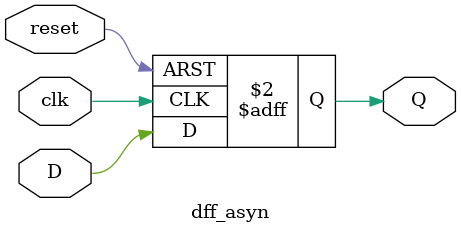
<source format=v>
module dff_syn(
    input D, clk, reset,
    output reg Q
);

always @(posedge clk) begin
    if (reset) Q <=1'b0;
    else Q <= D;
end
endmodule

module dff_asyn(
    input D, clk, reset, 
    output reg Q
);

always @(posedge clk or posedge reset) begin
    if (reset) Q <=  1'b0;
    else Q <= D;
end
endmodule
</source>
